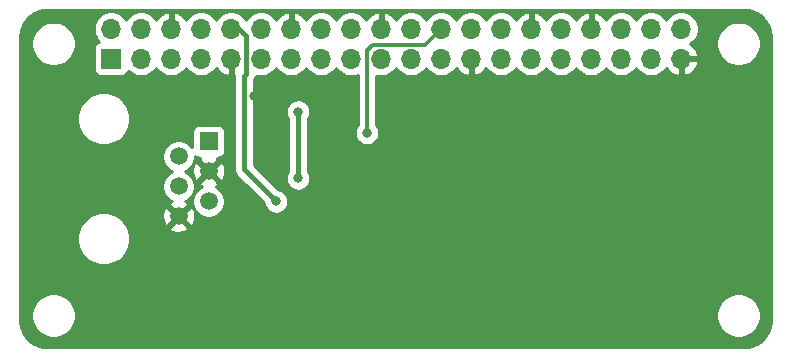
<source format=gbr>
G04 #@! TF.GenerationSoftware,KiCad,Pcbnew,5.1.5+dfsg1-2build2*
G04 #@! TF.CreationDate,2021-11-14T20:21:27+01:00*
G04 #@! TF.ProjectId,rpi-han-interface,7270692d-6861-46e2-9d69-6e7465726661,rev?*
G04 #@! TF.SameCoordinates,Original*
G04 #@! TF.FileFunction,Copper,L2,Bot*
G04 #@! TF.FilePolarity,Positive*
%FSLAX46Y46*%
G04 Gerber Fmt 4.6, Leading zero omitted, Abs format (unit mm)*
G04 Created by KiCad (PCBNEW 5.1.5+dfsg1-2build2) date 2021-11-14 20:21:27*
%MOMM*%
%LPD*%
G04 APERTURE LIST*
%ADD10R,1.700000X1.700000*%
%ADD11O,1.700000X1.700000*%
%ADD12C,1.520000*%
%ADD13R,1.520000X1.520000*%
%ADD14C,0.800000*%
%ADD15C,0.406400*%
%ADD16C,0.304800*%
%ADD17C,0.254000*%
G04 APERTURE END LIST*
D10*
X119380000Y-99695000D03*
D11*
X119380000Y-97155000D03*
X121920000Y-99695000D03*
X121920000Y-97155000D03*
X124460000Y-99695000D03*
X124460000Y-97155000D03*
X127000000Y-99695000D03*
X127000000Y-97155000D03*
X129540000Y-99695000D03*
X129540000Y-97155000D03*
X132080000Y-99695000D03*
X132080000Y-97155000D03*
X134620000Y-99695000D03*
X134620000Y-97155000D03*
X137160000Y-99695000D03*
X137160000Y-97155000D03*
X139700000Y-99695000D03*
X139700000Y-97155000D03*
X142240000Y-99695000D03*
X142240000Y-97155000D03*
X144780000Y-99695000D03*
X144780000Y-97155000D03*
X147320000Y-99695000D03*
X147320000Y-97155000D03*
X149860000Y-99695000D03*
X149860000Y-97155000D03*
X152400000Y-99695000D03*
X152400000Y-97155000D03*
X154940000Y-99695000D03*
X154940000Y-97155000D03*
X157480000Y-99695000D03*
X157480000Y-97155000D03*
X160020000Y-99695000D03*
X160020000Y-97155000D03*
X162560000Y-99695000D03*
X162560000Y-97155000D03*
X165100000Y-99695000D03*
X165100000Y-97155000D03*
X167640000Y-99695000D03*
X167640000Y-97155000D03*
D12*
X125095000Y-113035000D03*
X127635000Y-111765000D03*
X125095000Y-110495000D03*
X127635000Y-109225000D03*
X125095000Y-107955000D03*
D13*
X127635000Y-106685000D03*
D14*
X135225000Y-104170000D03*
X135225000Y-109825000D03*
X131445000Y-102870000D03*
X137795000Y-106045000D03*
X165100000Y-114046000D03*
X173355000Y-107950000D03*
X150241000Y-103632000D03*
X154432000Y-103632000D03*
X157988000Y-103632000D03*
X146685000Y-103632000D03*
X144653000Y-113919000D03*
X133350000Y-111760000D03*
X141037599Y-105977401D03*
D15*
X135225000Y-104170000D02*
X135225000Y-109825000D01*
X135225000Y-109825000D02*
X135225000Y-109825000D01*
X130793201Y-97722939D02*
X130793201Y-100981799D01*
X130225262Y-97155000D02*
X130793201Y-97722939D01*
X129540000Y-97155000D02*
X130225262Y-97155000D01*
X130641799Y-101133201D02*
X130641799Y-109051799D01*
X130793201Y-100981799D02*
X130641799Y-101133201D01*
X130641799Y-109051799D02*
X131445000Y-109855000D01*
X131445000Y-109855000D02*
X133350000Y-111760000D01*
D16*
X147320000Y-97155000D02*
X146685000Y-97790000D01*
X145982401Y-98492599D02*
X141537401Y-98492599D01*
X146685000Y-97790000D02*
X145982401Y-98492599D01*
X141037599Y-98992401D02*
X141037599Y-105977401D01*
X141537401Y-98492599D02*
X141037599Y-98992401D01*
X141037599Y-105977401D02*
X141037599Y-105977401D01*
D17*
G36*
X173069753Y-95568578D02*
G01*
X173215822Y-95580406D01*
X173347935Y-95599297D01*
X173475049Y-95625109D01*
X173601167Y-95658348D01*
X173715793Y-95695452D01*
X173825158Y-95737324D01*
X173932739Y-95785040D01*
X174034357Y-95836472D01*
X174131634Y-95891966D01*
X174223768Y-95950678D01*
X174314772Y-96015113D01*
X174399424Y-96081425D01*
X174482890Y-96153557D01*
X174563465Y-96230323D01*
X174624012Y-96293334D01*
X174696991Y-96376298D01*
X174763951Y-96460187D01*
X174828157Y-96549049D01*
X174887662Y-96640389D01*
X174943448Y-96735857D01*
X174996093Y-96837170D01*
X175044156Y-96942379D01*
X175087321Y-97051373D01*
X175125885Y-97166019D01*
X175158964Y-97285334D01*
X175185956Y-97408926D01*
X175207575Y-97545957D01*
X175220709Y-97683173D01*
X175224708Y-97806474D01*
X175222324Y-97830680D01*
X175225880Y-97866785D01*
X175225881Y-121794565D01*
X175222324Y-121830680D01*
X175224879Y-121856626D01*
X175222157Y-121954893D01*
X175209900Y-122096467D01*
X175190460Y-122227949D01*
X175164004Y-122355238D01*
X175131307Y-122477401D01*
X175094199Y-122590948D01*
X175051636Y-122701224D01*
X175005125Y-122805471D01*
X174953742Y-122906645D01*
X174898748Y-123002820D01*
X174839647Y-123095388D01*
X174775121Y-123186338D01*
X174709036Y-123270551D01*
X174636707Y-123354117D01*
X174561455Y-123433045D01*
X174496824Y-123495094D01*
X174414111Y-123567745D01*
X174329989Y-123634795D01*
X174240767Y-123699143D01*
X174148102Y-123759347D01*
X174052645Y-123814932D01*
X173951601Y-123867251D01*
X173847684Y-123914593D01*
X173738542Y-123957720D01*
X173623936Y-123996173D01*
X173503918Y-124029330D01*
X173379056Y-124056438D01*
X173246643Y-124077250D01*
X173107818Y-124090543D01*
X172948994Y-124095680D01*
X113972600Y-124095680D01*
X113812874Y-124090583D01*
X113673720Y-124077389D01*
X113542501Y-124056925D01*
X113413562Y-124028981D01*
X113296050Y-123996462D01*
X113183189Y-123958566D01*
X113068721Y-123913129D01*
X112964599Y-123865286D01*
X112864420Y-123812968D01*
X112769131Y-123757035D01*
X112677553Y-123697116D01*
X112588087Y-123632186D01*
X112503904Y-123564697D01*
X112422504Y-123492833D01*
X112345389Y-123417969D01*
X112271291Y-123338890D01*
X112199919Y-123255005D01*
X112130882Y-123165322D01*
X112067739Y-123074378D01*
X112009790Y-122981603D01*
X111955170Y-122883804D01*
X111905016Y-122782411D01*
X111857015Y-122671177D01*
X111816466Y-122561601D01*
X111780428Y-122445560D01*
X111749772Y-122323430D01*
X111725410Y-122196041D01*
X111707423Y-122057621D01*
X111697128Y-121900867D01*
X111696471Y-121860783D01*
X111699436Y-121830680D01*
X111695880Y-121794575D01*
X111695880Y-121239344D01*
X112625000Y-121239344D01*
X112625000Y-121610656D01*
X112697439Y-121974834D01*
X112839534Y-122317882D01*
X113045825Y-122626618D01*
X113308382Y-122889175D01*
X113617118Y-123095466D01*
X113960166Y-123237561D01*
X114324344Y-123310000D01*
X114695656Y-123310000D01*
X115059834Y-123237561D01*
X115402882Y-123095466D01*
X115711618Y-122889175D01*
X115974175Y-122626618D01*
X116180466Y-122317882D01*
X116322561Y-121974834D01*
X116395000Y-121610656D01*
X116395000Y-121239344D01*
X170625000Y-121239344D01*
X170625000Y-121610656D01*
X170697439Y-121974834D01*
X170839534Y-122317882D01*
X171045825Y-122626618D01*
X171308382Y-122889175D01*
X171617118Y-123095466D01*
X171960166Y-123237561D01*
X172324344Y-123310000D01*
X172695656Y-123310000D01*
X173059834Y-123237561D01*
X173402882Y-123095466D01*
X173711618Y-122889175D01*
X173974175Y-122626618D01*
X174180466Y-122317882D01*
X174322561Y-121974834D01*
X174395000Y-121610656D01*
X174395000Y-121239344D01*
X174322561Y-120875166D01*
X174180466Y-120532118D01*
X173974175Y-120223382D01*
X173711618Y-119960825D01*
X173402882Y-119754534D01*
X173059834Y-119612439D01*
X172695656Y-119540000D01*
X172324344Y-119540000D01*
X171960166Y-119612439D01*
X171617118Y-119754534D01*
X171308382Y-119960825D01*
X171045825Y-120223382D01*
X170839534Y-120532118D01*
X170697439Y-120875166D01*
X170625000Y-121239344D01*
X116395000Y-121239344D01*
X116322561Y-120875166D01*
X116180466Y-120532118D01*
X115974175Y-120223382D01*
X115711618Y-119960825D01*
X115402882Y-119754534D01*
X115059834Y-119612439D01*
X114695656Y-119540000D01*
X114324344Y-119540000D01*
X113960166Y-119612439D01*
X113617118Y-119754534D01*
X113308382Y-119960825D01*
X113045825Y-120223382D01*
X112839534Y-120532118D01*
X112697439Y-120875166D01*
X112625000Y-121239344D01*
X111695880Y-121239344D01*
X111695880Y-114712409D01*
X116485000Y-114712409D01*
X116485000Y-115157591D01*
X116571851Y-115594218D01*
X116742214Y-116005511D01*
X116989544Y-116375666D01*
X117304334Y-116690456D01*
X117674489Y-116937786D01*
X118085782Y-117108149D01*
X118522409Y-117195000D01*
X118967591Y-117195000D01*
X119404218Y-117108149D01*
X119815511Y-116937786D01*
X120185666Y-116690456D01*
X120500456Y-116375666D01*
X120747786Y-116005511D01*
X120918149Y-115594218D01*
X121005000Y-115157591D01*
X121005000Y-114712409D01*
X120918149Y-114275782D01*
X120803559Y-113999137D01*
X124310469Y-113999137D01*
X124377206Y-114239025D01*
X124625892Y-114355924D01*
X124892606Y-114422061D01*
X125167097Y-114434895D01*
X125438817Y-114393931D01*
X125697326Y-114300744D01*
X125812794Y-114239025D01*
X125879531Y-113999137D01*
X125095000Y-113214605D01*
X124310469Y-113999137D01*
X120803559Y-113999137D01*
X120747786Y-113864489D01*
X120500456Y-113494334D01*
X120185666Y-113179544D01*
X120077242Y-113107097D01*
X123695105Y-113107097D01*
X123736069Y-113378817D01*
X123829256Y-113637326D01*
X123890975Y-113752794D01*
X124130863Y-113819531D01*
X124915395Y-113035000D01*
X125274605Y-113035000D01*
X126059137Y-113819531D01*
X126299025Y-113752794D01*
X126415924Y-113504108D01*
X126482061Y-113237394D01*
X126494895Y-112962903D01*
X126453931Y-112691183D01*
X126360744Y-112432674D01*
X126299025Y-112317206D01*
X126059137Y-112250469D01*
X125274605Y-113035000D01*
X124915395Y-113035000D01*
X124130863Y-112250469D01*
X123890975Y-112317206D01*
X123774076Y-112565892D01*
X123707939Y-112832606D01*
X123695105Y-113107097D01*
X120077242Y-113107097D01*
X119815511Y-112932214D01*
X119404218Y-112761851D01*
X118967591Y-112675000D01*
X118522409Y-112675000D01*
X118085782Y-112761851D01*
X117674489Y-112932214D01*
X117304334Y-113179544D01*
X116989544Y-113494334D01*
X116742214Y-113864489D01*
X116571851Y-114275782D01*
X116485000Y-114712409D01*
X111695880Y-114712409D01*
X111695880Y-107817604D01*
X123700000Y-107817604D01*
X123700000Y-108092396D01*
X123753609Y-108361907D01*
X123858767Y-108615780D01*
X124011433Y-108844261D01*
X124205739Y-109038567D01*
X124434220Y-109191233D01*
X124515740Y-109225000D01*
X124434220Y-109258767D01*
X124205739Y-109411433D01*
X124011433Y-109605739D01*
X123858767Y-109834220D01*
X123753609Y-110088093D01*
X123700000Y-110357604D01*
X123700000Y-110632396D01*
X123753609Y-110901907D01*
X123858767Y-111155780D01*
X124011433Y-111384261D01*
X124205739Y-111578567D01*
X124434220Y-111731233D01*
X124510501Y-111762830D01*
X124492674Y-111769256D01*
X124377206Y-111830975D01*
X124310469Y-112070863D01*
X125095000Y-112855395D01*
X125879531Y-112070863D01*
X125812794Y-111830975D01*
X125673293Y-111765400D01*
X125755780Y-111731233D01*
X125910871Y-111627604D01*
X126240000Y-111627604D01*
X126240000Y-111902396D01*
X126293609Y-112171907D01*
X126398767Y-112425780D01*
X126551433Y-112654261D01*
X126745739Y-112848567D01*
X126974220Y-113001233D01*
X127228093Y-113106391D01*
X127497604Y-113160000D01*
X127772396Y-113160000D01*
X128041907Y-113106391D01*
X128295780Y-113001233D01*
X128524261Y-112848567D01*
X128718567Y-112654261D01*
X128871233Y-112425780D01*
X128976391Y-112171907D01*
X129030000Y-111902396D01*
X129030000Y-111627604D01*
X128976391Y-111358093D01*
X128871233Y-111104220D01*
X128718567Y-110875739D01*
X128524261Y-110681433D01*
X128295780Y-110528767D01*
X128219499Y-110497170D01*
X128237326Y-110490744D01*
X128352794Y-110429025D01*
X128419531Y-110189137D01*
X127635000Y-109404605D01*
X126850469Y-110189137D01*
X126917206Y-110429025D01*
X127056707Y-110494600D01*
X126974220Y-110528767D01*
X126745739Y-110681433D01*
X126551433Y-110875739D01*
X126398767Y-111104220D01*
X126293609Y-111358093D01*
X126240000Y-111627604D01*
X125910871Y-111627604D01*
X125984261Y-111578567D01*
X126178567Y-111384261D01*
X126331233Y-111155780D01*
X126436391Y-110901907D01*
X126490000Y-110632396D01*
X126490000Y-110357604D01*
X126436391Y-110088093D01*
X126331233Y-109834220D01*
X126178567Y-109605739D01*
X125984261Y-109411433D01*
X125813145Y-109297097D01*
X126235105Y-109297097D01*
X126276069Y-109568817D01*
X126369256Y-109827326D01*
X126430975Y-109942794D01*
X126670863Y-110009531D01*
X127455395Y-109225000D01*
X127814605Y-109225000D01*
X128599137Y-110009531D01*
X128839025Y-109942794D01*
X128955924Y-109694108D01*
X129022061Y-109427394D01*
X129034895Y-109152903D01*
X128993931Y-108881183D01*
X128900744Y-108622674D01*
X128839025Y-108507206D01*
X128599137Y-108440469D01*
X127814605Y-109225000D01*
X127455395Y-109225000D01*
X126670863Y-108440469D01*
X126430975Y-108507206D01*
X126314076Y-108755892D01*
X126247939Y-109022606D01*
X126235105Y-109297097D01*
X125813145Y-109297097D01*
X125755780Y-109258767D01*
X125674260Y-109225000D01*
X125755780Y-109191233D01*
X125984261Y-109038567D01*
X126178567Y-108844261D01*
X126331233Y-108615780D01*
X126436391Y-108361907D01*
X126490000Y-108092396D01*
X126490000Y-107950501D01*
X126520506Y-107975537D01*
X126630820Y-108034502D01*
X126750518Y-108070812D01*
X126875000Y-108083072D01*
X126899931Y-108083072D01*
X126850469Y-108260863D01*
X127635000Y-109045395D01*
X128419531Y-108260863D01*
X128370069Y-108083072D01*
X128395000Y-108083072D01*
X128519482Y-108070812D01*
X128639180Y-108034502D01*
X128749494Y-107975537D01*
X128846185Y-107896185D01*
X128925537Y-107799494D01*
X128984502Y-107689180D01*
X129020812Y-107569482D01*
X129033072Y-107445000D01*
X129033072Y-105925000D01*
X129020812Y-105800518D01*
X128984502Y-105680820D01*
X128925537Y-105570506D01*
X128846185Y-105473815D01*
X128749494Y-105394463D01*
X128639180Y-105335498D01*
X128519482Y-105299188D01*
X128395000Y-105286928D01*
X126875000Y-105286928D01*
X126750518Y-105299188D01*
X126630820Y-105335498D01*
X126520506Y-105394463D01*
X126423815Y-105473815D01*
X126344463Y-105570506D01*
X126285498Y-105680820D01*
X126249188Y-105800518D01*
X126236928Y-105925000D01*
X126236928Y-107153082D01*
X126178567Y-107065739D01*
X125984261Y-106871433D01*
X125755780Y-106718767D01*
X125501907Y-106613609D01*
X125232396Y-106560000D01*
X124957604Y-106560000D01*
X124688093Y-106613609D01*
X124434220Y-106718767D01*
X124205739Y-106871433D01*
X124011433Y-107065739D01*
X123858767Y-107294220D01*
X123753609Y-107548093D01*
X123700000Y-107817604D01*
X111695880Y-107817604D01*
X111695880Y-104552409D01*
X116485000Y-104552409D01*
X116485000Y-104997591D01*
X116571851Y-105434218D01*
X116742214Y-105845511D01*
X116989544Y-106215666D01*
X117304334Y-106530456D01*
X117674489Y-106777786D01*
X118085782Y-106948149D01*
X118522409Y-107035000D01*
X118967591Y-107035000D01*
X119404218Y-106948149D01*
X119815511Y-106777786D01*
X120185666Y-106530456D01*
X120500456Y-106215666D01*
X120747786Y-105845511D01*
X120918149Y-105434218D01*
X121005000Y-104997591D01*
X121005000Y-104552409D01*
X120918149Y-104115782D01*
X120747786Y-103704489D01*
X120500456Y-103334334D01*
X120185666Y-103019544D01*
X119815511Y-102772214D01*
X119404218Y-102601851D01*
X118967591Y-102515000D01*
X118522409Y-102515000D01*
X118085782Y-102601851D01*
X117674489Y-102772214D01*
X117304334Y-103019544D01*
X116989544Y-103334334D01*
X116742214Y-103704489D01*
X116571851Y-104115782D01*
X116485000Y-104552409D01*
X111695880Y-104552409D01*
X111695880Y-98239344D01*
X112625000Y-98239344D01*
X112625000Y-98610656D01*
X112697439Y-98974834D01*
X112839534Y-99317882D01*
X113045825Y-99626618D01*
X113308382Y-99889175D01*
X113617118Y-100095466D01*
X113960166Y-100237561D01*
X114324344Y-100310000D01*
X114695656Y-100310000D01*
X115059834Y-100237561D01*
X115402882Y-100095466D01*
X115711618Y-99889175D01*
X115974175Y-99626618D01*
X116180466Y-99317882D01*
X116322561Y-98974834D01*
X116348386Y-98845000D01*
X117891928Y-98845000D01*
X117891928Y-100545000D01*
X117904188Y-100669482D01*
X117940498Y-100789180D01*
X117999463Y-100899494D01*
X118078815Y-100996185D01*
X118175506Y-101075537D01*
X118285820Y-101134502D01*
X118405518Y-101170812D01*
X118530000Y-101183072D01*
X120230000Y-101183072D01*
X120354482Y-101170812D01*
X120474180Y-101134502D01*
X120584494Y-101075537D01*
X120681185Y-100996185D01*
X120760537Y-100899494D01*
X120819502Y-100789180D01*
X120841513Y-100716620D01*
X120973368Y-100848475D01*
X121216589Y-101010990D01*
X121486842Y-101122932D01*
X121773740Y-101180000D01*
X122066260Y-101180000D01*
X122353158Y-101122932D01*
X122623411Y-101010990D01*
X122866632Y-100848475D01*
X123073475Y-100641632D01*
X123190000Y-100467240D01*
X123306525Y-100641632D01*
X123513368Y-100848475D01*
X123756589Y-101010990D01*
X124026842Y-101122932D01*
X124313740Y-101180000D01*
X124606260Y-101180000D01*
X124893158Y-101122932D01*
X125163411Y-101010990D01*
X125406632Y-100848475D01*
X125613475Y-100641632D01*
X125730000Y-100467240D01*
X125846525Y-100641632D01*
X126053368Y-100848475D01*
X126296589Y-101010990D01*
X126566842Y-101122932D01*
X126853740Y-101180000D01*
X127146260Y-101180000D01*
X127433158Y-101122932D01*
X127703411Y-101010990D01*
X127946632Y-100848475D01*
X128153475Y-100641632D01*
X128275195Y-100459466D01*
X128344822Y-100576355D01*
X128539731Y-100792588D01*
X128773080Y-100966641D01*
X129035901Y-101091825D01*
X129183110Y-101136476D01*
X129413000Y-101015155D01*
X129413000Y-99822000D01*
X129393000Y-99822000D01*
X129393000Y-99568000D01*
X129413000Y-99568000D01*
X129413000Y-99548000D01*
X129667000Y-99548000D01*
X129667000Y-99568000D01*
X129687000Y-99568000D01*
X129687000Y-99822000D01*
X129667000Y-99822000D01*
X129667000Y-101015155D01*
X129804047Y-101087480D01*
X129803599Y-101092032D01*
X129803599Y-101092038D01*
X129799545Y-101133201D01*
X129803599Y-101174364D01*
X129803600Y-109010626D01*
X129799545Y-109051799D01*
X129815728Y-109216114D01*
X129863657Y-109374115D01*
X129941490Y-109519730D01*
X129944258Y-109523102D01*
X130046236Y-109647363D01*
X130078212Y-109673605D01*
X130881414Y-110476808D01*
X130881419Y-110476812D01*
X132327031Y-111922425D01*
X132354774Y-112061898D01*
X132432795Y-112250256D01*
X132546063Y-112419774D01*
X132690226Y-112563937D01*
X132859744Y-112677205D01*
X133048102Y-112755226D01*
X133248061Y-112795000D01*
X133451939Y-112795000D01*
X133651898Y-112755226D01*
X133840256Y-112677205D01*
X134009774Y-112563937D01*
X134153937Y-112419774D01*
X134267205Y-112250256D01*
X134345226Y-112061898D01*
X134385000Y-111861939D01*
X134385000Y-111658061D01*
X134345226Y-111458102D01*
X134267205Y-111269744D01*
X134153937Y-111100226D01*
X134009774Y-110956063D01*
X133840256Y-110842795D01*
X133651898Y-110764774D01*
X133512425Y-110737031D01*
X132066812Y-109291419D01*
X132066808Y-109291414D01*
X131479999Y-108704606D01*
X131479999Y-104068061D01*
X134190000Y-104068061D01*
X134190000Y-104271939D01*
X134229774Y-104471898D01*
X134307795Y-104660256D01*
X134386800Y-104778496D01*
X134386801Y-109216503D01*
X134307795Y-109334744D01*
X134229774Y-109523102D01*
X134190000Y-109723061D01*
X134190000Y-109926939D01*
X134229774Y-110126898D01*
X134307795Y-110315256D01*
X134421063Y-110484774D01*
X134565226Y-110628937D01*
X134734744Y-110742205D01*
X134923102Y-110820226D01*
X135123061Y-110860000D01*
X135326939Y-110860000D01*
X135526898Y-110820226D01*
X135715256Y-110742205D01*
X135884774Y-110628937D01*
X136028937Y-110484774D01*
X136142205Y-110315256D01*
X136220226Y-110126898D01*
X136260000Y-109926939D01*
X136260000Y-109723061D01*
X136220226Y-109523102D01*
X136142205Y-109334744D01*
X136063200Y-109216504D01*
X136063200Y-104778496D01*
X136142205Y-104660256D01*
X136220226Y-104471898D01*
X136260000Y-104271939D01*
X136260000Y-104068061D01*
X136220226Y-103868102D01*
X136142205Y-103679744D01*
X136028937Y-103510226D01*
X135884774Y-103366063D01*
X135715256Y-103252795D01*
X135526898Y-103174774D01*
X135326939Y-103135000D01*
X135123061Y-103135000D01*
X134923102Y-103174774D01*
X134734744Y-103252795D01*
X134565226Y-103366063D01*
X134421063Y-103510226D01*
X134307795Y-103679744D01*
X134229774Y-103868102D01*
X134190000Y-104068061D01*
X131479999Y-104068061D01*
X131479999Y-101466194D01*
X131493510Y-101449731D01*
X131571343Y-101304116D01*
X131619272Y-101146115D01*
X131622547Y-101112869D01*
X131646842Y-101122932D01*
X131933740Y-101180000D01*
X132226260Y-101180000D01*
X132513158Y-101122932D01*
X132783411Y-101010990D01*
X133026632Y-100848475D01*
X133233475Y-100641632D01*
X133350000Y-100467240D01*
X133466525Y-100641632D01*
X133673368Y-100848475D01*
X133916589Y-101010990D01*
X134186842Y-101122932D01*
X134473740Y-101180000D01*
X134766260Y-101180000D01*
X135053158Y-101122932D01*
X135323411Y-101010990D01*
X135566632Y-100848475D01*
X135773475Y-100641632D01*
X135890000Y-100467240D01*
X136006525Y-100641632D01*
X136213368Y-100848475D01*
X136456589Y-101010990D01*
X136726842Y-101122932D01*
X137013740Y-101180000D01*
X137306260Y-101180000D01*
X137593158Y-101122932D01*
X137863411Y-101010990D01*
X138106632Y-100848475D01*
X138313475Y-100641632D01*
X138430000Y-100467240D01*
X138546525Y-100641632D01*
X138753368Y-100848475D01*
X138996589Y-101010990D01*
X139266842Y-101122932D01*
X139553740Y-101180000D01*
X139846260Y-101180000D01*
X140133158Y-101122932D01*
X140250199Y-101074452D01*
X140250200Y-105301089D01*
X140233662Y-105317627D01*
X140120394Y-105487145D01*
X140042373Y-105675503D01*
X140002599Y-105875462D01*
X140002599Y-106079340D01*
X140042373Y-106279299D01*
X140120394Y-106467657D01*
X140233662Y-106637175D01*
X140377825Y-106781338D01*
X140547343Y-106894606D01*
X140735701Y-106972627D01*
X140935660Y-107012401D01*
X141139538Y-107012401D01*
X141339497Y-106972627D01*
X141527855Y-106894606D01*
X141697373Y-106781338D01*
X141841536Y-106637175D01*
X141954804Y-106467657D01*
X142032825Y-106279299D01*
X142072599Y-106079340D01*
X142072599Y-105875462D01*
X142032825Y-105675503D01*
X141954804Y-105487145D01*
X141841536Y-105317627D01*
X141824999Y-105301090D01*
X141824999Y-101126544D01*
X142093740Y-101180000D01*
X142386260Y-101180000D01*
X142673158Y-101122932D01*
X142943411Y-101010990D01*
X143186632Y-100848475D01*
X143393475Y-100641632D01*
X143510000Y-100467240D01*
X143626525Y-100641632D01*
X143833368Y-100848475D01*
X144076589Y-101010990D01*
X144346842Y-101122932D01*
X144633740Y-101180000D01*
X144926260Y-101180000D01*
X145213158Y-101122932D01*
X145483411Y-101010990D01*
X145726632Y-100848475D01*
X145933475Y-100641632D01*
X146050000Y-100467240D01*
X146166525Y-100641632D01*
X146373368Y-100848475D01*
X146616589Y-101010990D01*
X146886842Y-101122932D01*
X147173740Y-101180000D01*
X147466260Y-101180000D01*
X147753158Y-101122932D01*
X148023411Y-101010990D01*
X148266632Y-100848475D01*
X148473475Y-100641632D01*
X148595195Y-100459466D01*
X148664822Y-100576355D01*
X148859731Y-100792588D01*
X149093080Y-100966641D01*
X149355901Y-101091825D01*
X149503110Y-101136476D01*
X149733000Y-101015155D01*
X149733000Y-99822000D01*
X149713000Y-99822000D01*
X149713000Y-99568000D01*
X149733000Y-99568000D01*
X149733000Y-99548000D01*
X149987000Y-99548000D01*
X149987000Y-99568000D01*
X150007000Y-99568000D01*
X150007000Y-99822000D01*
X149987000Y-99822000D01*
X149987000Y-101015155D01*
X150216890Y-101136476D01*
X150364099Y-101091825D01*
X150626920Y-100966641D01*
X150860269Y-100792588D01*
X151055178Y-100576355D01*
X151124805Y-100459466D01*
X151246525Y-100641632D01*
X151453368Y-100848475D01*
X151696589Y-101010990D01*
X151966842Y-101122932D01*
X152253740Y-101180000D01*
X152546260Y-101180000D01*
X152833158Y-101122932D01*
X153103411Y-101010990D01*
X153346632Y-100848475D01*
X153553475Y-100641632D01*
X153670000Y-100467240D01*
X153786525Y-100641632D01*
X153993368Y-100848475D01*
X154236589Y-101010990D01*
X154506842Y-101122932D01*
X154793740Y-101180000D01*
X155086260Y-101180000D01*
X155373158Y-101122932D01*
X155643411Y-101010990D01*
X155886632Y-100848475D01*
X156093475Y-100641632D01*
X156210000Y-100467240D01*
X156326525Y-100641632D01*
X156533368Y-100848475D01*
X156776589Y-101010990D01*
X157046842Y-101122932D01*
X157333740Y-101180000D01*
X157626260Y-101180000D01*
X157913158Y-101122932D01*
X158183411Y-101010990D01*
X158426632Y-100848475D01*
X158633475Y-100641632D01*
X158750000Y-100467240D01*
X158866525Y-100641632D01*
X159073368Y-100848475D01*
X159316589Y-101010990D01*
X159586842Y-101122932D01*
X159873740Y-101180000D01*
X160166260Y-101180000D01*
X160453158Y-101122932D01*
X160723411Y-101010990D01*
X160966632Y-100848475D01*
X161173475Y-100641632D01*
X161290000Y-100467240D01*
X161406525Y-100641632D01*
X161613368Y-100848475D01*
X161856589Y-101010990D01*
X162126842Y-101122932D01*
X162413740Y-101180000D01*
X162706260Y-101180000D01*
X162993158Y-101122932D01*
X163263411Y-101010990D01*
X163506632Y-100848475D01*
X163713475Y-100641632D01*
X163830000Y-100467240D01*
X163946525Y-100641632D01*
X164153368Y-100848475D01*
X164396589Y-101010990D01*
X164666842Y-101122932D01*
X164953740Y-101180000D01*
X165246260Y-101180000D01*
X165533158Y-101122932D01*
X165803411Y-101010990D01*
X166046632Y-100848475D01*
X166253475Y-100641632D01*
X166375195Y-100459466D01*
X166444822Y-100576355D01*
X166639731Y-100792588D01*
X166873080Y-100966641D01*
X167135901Y-101091825D01*
X167283110Y-101136476D01*
X167513000Y-101015155D01*
X167513000Y-99822000D01*
X167767000Y-99822000D01*
X167767000Y-101015155D01*
X167996890Y-101136476D01*
X168144099Y-101091825D01*
X168406920Y-100966641D01*
X168640269Y-100792588D01*
X168835178Y-100576355D01*
X168984157Y-100326252D01*
X169081481Y-100051891D01*
X168960814Y-99822000D01*
X167767000Y-99822000D01*
X167513000Y-99822000D01*
X167493000Y-99822000D01*
X167493000Y-99568000D01*
X167513000Y-99568000D01*
X167513000Y-99548000D01*
X167767000Y-99548000D01*
X167767000Y-99568000D01*
X168960814Y-99568000D01*
X169081481Y-99338109D01*
X168984157Y-99063748D01*
X168835178Y-98813645D01*
X168640269Y-98597412D01*
X168410594Y-98426100D01*
X168586632Y-98308475D01*
X168655763Y-98239344D01*
X170625000Y-98239344D01*
X170625000Y-98610656D01*
X170697439Y-98974834D01*
X170839534Y-99317882D01*
X171045825Y-99626618D01*
X171308382Y-99889175D01*
X171617118Y-100095466D01*
X171960166Y-100237561D01*
X172324344Y-100310000D01*
X172695656Y-100310000D01*
X173059834Y-100237561D01*
X173402882Y-100095466D01*
X173711618Y-99889175D01*
X173974175Y-99626618D01*
X174180466Y-99317882D01*
X174322561Y-98974834D01*
X174395000Y-98610656D01*
X174395000Y-98239344D01*
X174322561Y-97875166D01*
X174180466Y-97532118D01*
X173974175Y-97223382D01*
X173711618Y-96960825D01*
X173402882Y-96754534D01*
X173059834Y-96612439D01*
X172695656Y-96540000D01*
X172324344Y-96540000D01*
X171960166Y-96612439D01*
X171617118Y-96754534D01*
X171308382Y-96960825D01*
X171045825Y-97223382D01*
X170839534Y-97532118D01*
X170697439Y-97875166D01*
X170625000Y-98239344D01*
X168655763Y-98239344D01*
X168793475Y-98101632D01*
X168955990Y-97858411D01*
X169067932Y-97588158D01*
X169125000Y-97301260D01*
X169125000Y-97008740D01*
X169067932Y-96721842D01*
X168955990Y-96451589D01*
X168793475Y-96208368D01*
X168586632Y-96001525D01*
X168343411Y-95839010D01*
X168073158Y-95727068D01*
X167786260Y-95670000D01*
X167493740Y-95670000D01*
X167206842Y-95727068D01*
X166936589Y-95839010D01*
X166693368Y-96001525D01*
X166486525Y-96208368D01*
X166370000Y-96382760D01*
X166253475Y-96208368D01*
X166046632Y-96001525D01*
X165803411Y-95839010D01*
X165533158Y-95727068D01*
X165246260Y-95670000D01*
X164953740Y-95670000D01*
X164666842Y-95727068D01*
X164396589Y-95839010D01*
X164153368Y-96001525D01*
X163946525Y-96208368D01*
X163830000Y-96382760D01*
X163713475Y-96208368D01*
X163506632Y-96001525D01*
X163263411Y-95839010D01*
X162993158Y-95727068D01*
X162706260Y-95670000D01*
X162413740Y-95670000D01*
X162126842Y-95727068D01*
X161856589Y-95839010D01*
X161613368Y-96001525D01*
X161406525Y-96208368D01*
X161284805Y-96390534D01*
X161215178Y-96273645D01*
X161020269Y-96057412D01*
X160786920Y-95883359D01*
X160524099Y-95758175D01*
X160376890Y-95713524D01*
X160147000Y-95834845D01*
X160147000Y-97028000D01*
X160167000Y-97028000D01*
X160167000Y-97282000D01*
X160147000Y-97282000D01*
X160147000Y-97302000D01*
X159893000Y-97302000D01*
X159893000Y-97282000D01*
X159873000Y-97282000D01*
X159873000Y-97028000D01*
X159893000Y-97028000D01*
X159893000Y-95834845D01*
X159663110Y-95713524D01*
X159515901Y-95758175D01*
X159253080Y-95883359D01*
X159019731Y-96057412D01*
X158824822Y-96273645D01*
X158755195Y-96390534D01*
X158633475Y-96208368D01*
X158426632Y-96001525D01*
X158183411Y-95839010D01*
X157913158Y-95727068D01*
X157626260Y-95670000D01*
X157333740Y-95670000D01*
X157046842Y-95727068D01*
X156776589Y-95839010D01*
X156533368Y-96001525D01*
X156326525Y-96208368D01*
X156204805Y-96390534D01*
X156135178Y-96273645D01*
X155940269Y-96057412D01*
X155706920Y-95883359D01*
X155444099Y-95758175D01*
X155296890Y-95713524D01*
X155067000Y-95834845D01*
X155067000Y-97028000D01*
X155087000Y-97028000D01*
X155087000Y-97282000D01*
X155067000Y-97282000D01*
X155067000Y-97302000D01*
X154813000Y-97302000D01*
X154813000Y-97282000D01*
X154793000Y-97282000D01*
X154793000Y-97028000D01*
X154813000Y-97028000D01*
X154813000Y-95834845D01*
X154583110Y-95713524D01*
X154435901Y-95758175D01*
X154173080Y-95883359D01*
X153939731Y-96057412D01*
X153744822Y-96273645D01*
X153675195Y-96390534D01*
X153553475Y-96208368D01*
X153346632Y-96001525D01*
X153103411Y-95839010D01*
X152833158Y-95727068D01*
X152546260Y-95670000D01*
X152253740Y-95670000D01*
X151966842Y-95727068D01*
X151696589Y-95839010D01*
X151453368Y-96001525D01*
X151246525Y-96208368D01*
X151130000Y-96382760D01*
X151013475Y-96208368D01*
X150806632Y-96001525D01*
X150563411Y-95839010D01*
X150293158Y-95727068D01*
X150006260Y-95670000D01*
X149713740Y-95670000D01*
X149426842Y-95727068D01*
X149156589Y-95839010D01*
X148913368Y-96001525D01*
X148706525Y-96208368D01*
X148590000Y-96382760D01*
X148473475Y-96208368D01*
X148266632Y-96001525D01*
X148023411Y-95839010D01*
X147753158Y-95727068D01*
X147466260Y-95670000D01*
X147173740Y-95670000D01*
X146886842Y-95727068D01*
X146616589Y-95839010D01*
X146373368Y-96001525D01*
X146166525Y-96208368D01*
X146050000Y-96382760D01*
X145933475Y-96208368D01*
X145726632Y-96001525D01*
X145483411Y-95839010D01*
X145213158Y-95727068D01*
X144926260Y-95670000D01*
X144633740Y-95670000D01*
X144346842Y-95727068D01*
X144076589Y-95839010D01*
X143833368Y-96001525D01*
X143626525Y-96208368D01*
X143504805Y-96390534D01*
X143435178Y-96273645D01*
X143240269Y-96057412D01*
X143006920Y-95883359D01*
X142744099Y-95758175D01*
X142596890Y-95713524D01*
X142367000Y-95834845D01*
X142367000Y-97028000D01*
X142387000Y-97028000D01*
X142387000Y-97282000D01*
X142367000Y-97282000D01*
X142367000Y-97302000D01*
X142113000Y-97302000D01*
X142113000Y-97282000D01*
X142093000Y-97282000D01*
X142093000Y-97028000D01*
X142113000Y-97028000D01*
X142113000Y-95834845D01*
X141883110Y-95713524D01*
X141735901Y-95758175D01*
X141473080Y-95883359D01*
X141239731Y-96057412D01*
X141044822Y-96273645D01*
X140975195Y-96390534D01*
X140853475Y-96208368D01*
X140646632Y-96001525D01*
X140403411Y-95839010D01*
X140133158Y-95727068D01*
X139846260Y-95670000D01*
X139553740Y-95670000D01*
X139266842Y-95727068D01*
X138996589Y-95839010D01*
X138753368Y-96001525D01*
X138546525Y-96208368D01*
X138430000Y-96382760D01*
X138313475Y-96208368D01*
X138106632Y-96001525D01*
X137863411Y-95839010D01*
X137593158Y-95727068D01*
X137306260Y-95670000D01*
X137013740Y-95670000D01*
X136726842Y-95727068D01*
X136456589Y-95839010D01*
X136213368Y-96001525D01*
X136006525Y-96208368D01*
X135884805Y-96390534D01*
X135815178Y-96273645D01*
X135620269Y-96057412D01*
X135386920Y-95883359D01*
X135124099Y-95758175D01*
X134976890Y-95713524D01*
X134747000Y-95834845D01*
X134747000Y-97028000D01*
X134767000Y-97028000D01*
X134767000Y-97282000D01*
X134747000Y-97282000D01*
X134747000Y-97302000D01*
X134493000Y-97302000D01*
X134493000Y-97282000D01*
X134473000Y-97282000D01*
X134473000Y-97028000D01*
X134493000Y-97028000D01*
X134493000Y-95834845D01*
X134263110Y-95713524D01*
X134115901Y-95758175D01*
X133853080Y-95883359D01*
X133619731Y-96057412D01*
X133424822Y-96273645D01*
X133355195Y-96390534D01*
X133233475Y-96208368D01*
X133026632Y-96001525D01*
X132783411Y-95839010D01*
X132513158Y-95727068D01*
X132226260Y-95670000D01*
X131933740Y-95670000D01*
X131646842Y-95727068D01*
X131376589Y-95839010D01*
X131133368Y-96001525D01*
X130926525Y-96208368D01*
X130810000Y-96382760D01*
X130693475Y-96208368D01*
X130486632Y-96001525D01*
X130243411Y-95839010D01*
X129973158Y-95727068D01*
X129686260Y-95670000D01*
X129393740Y-95670000D01*
X129106842Y-95727068D01*
X128836589Y-95839010D01*
X128593368Y-96001525D01*
X128386525Y-96208368D01*
X128270000Y-96382760D01*
X128153475Y-96208368D01*
X127946632Y-96001525D01*
X127703411Y-95839010D01*
X127433158Y-95727068D01*
X127146260Y-95670000D01*
X126853740Y-95670000D01*
X126566842Y-95727068D01*
X126296589Y-95839010D01*
X126053368Y-96001525D01*
X125846525Y-96208368D01*
X125724805Y-96390534D01*
X125655178Y-96273645D01*
X125460269Y-96057412D01*
X125226920Y-95883359D01*
X124964099Y-95758175D01*
X124816890Y-95713524D01*
X124587000Y-95834845D01*
X124587000Y-97028000D01*
X124607000Y-97028000D01*
X124607000Y-97282000D01*
X124587000Y-97282000D01*
X124587000Y-97302000D01*
X124333000Y-97302000D01*
X124333000Y-97282000D01*
X124313000Y-97282000D01*
X124313000Y-97028000D01*
X124333000Y-97028000D01*
X124333000Y-95834845D01*
X124103110Y-95713524D01*
X123955901Y-95758175D01*
X123693080Y-95883359D01*
X123459731Y-96057412D01*
X123264822Y-96273645D01*
X123195195Y-96390534D01*
X123073475Y-96208368D01*
X122866632Y-96001525D01*
X122623411Y-95839010D01*
X122353158Y-95727068D01*
X122066260Y-95670000D01*
X121773740Y-95670000D01*
X121486842Y-95727068D01*
X121216589Y-95839010D01*
X120973368Y-96001525D01*
X120766525Y-96208368D01*
X120650000Y-96382760D01*
X120533475Y-96208368D01*
X120326632Y-96001525D01*
X120083411Y-95839010D01*
X119813158Y-95727068D01*
X119526260Y-95670000D01*
X119233740Y-95670000D01*
X118946842Y-95727068D01*
X118676589Y-95839010D01*
X118433368Y-96001525D01*
X118226525Y-96208368D01*
X118064010Y-96451589D01*
X117952068Y-96721842D01*
X117895000Y-97008740D01*
X117895000Y-97301260D01*
X117952068Y-97588158D01*
X118064010Y-97858411D01*
X118226525Y-98101632D01*
X118358380Y-98233487D01*
X118285820Y-98255498D01*
X118175506Y-98314463D01*
X118078815Y-98393815D01*
X117999463Y-98490506D01*
X117940498Y-98600820D01*
X117904188Y-98720518D01*
X117891928Y-98845000D01*
X116348386Y-98845000D01*
X116395000Y-98610656D01*
X116395000Y-98239344D01*
X116322561Y-97875166D01*
X116180466Y-97532118D01*
X115974175Y-97223382D01*
X115711618Y-96960825D01*
X115402882Y-96754534D01*
X115059834Y-96612439D01*
X114695656Y-96540000D01*
X114324344Y-96540000D01*
X113960166Y-96612439D01*
X113617118Y-96754534D01*
X113308382Y-96960825D01*
X113045825Y-97223382D01*
X112839534Y-97532118D01*
X112697439Y-97875166D01*
X112625000Y-98239344D01*
X111695880Y-98239344D01*
X111695880Y-97866785D01*
X111699436Y-97830680D01*
X111696486Y-97800728D01*
X111697202Y-97758065D01*
X111707027Y-97607567D01*
X111724443Y-97471347D01*
X111749026Y-97341347D01*
X111780133Y-97216854D01*
X111815771Y-97101828D01*
X111858614Y-96986189D01*
X111904125Y-96880836D01*
X111953942Y-96779907D01*
X112011882Y-96676252D01*
X112071980Y-96580560D01*
X112133970Y-96491793D01*
X112200602Y-96405485D01*
X112270948Y-96322839D01*
X112344477Y-96244309D01*
X112421135Y-96169790D01*
X112504035Y-96096545D01*
X112587786Y-96029390D01*
X112675996Y-95965309D01*
X112768793Y-95904530D01*
X112864896Y-95848119D01*
X112964167Y-95796286D01*
X113074219Y-95745876D01*
X113182674Y-95702968D01*
X113297743Y-95664379D01*
X113416884Y-95631545D01*
X113542257Y-95604463D01*
X113673703Y-95583965D01*
X113812858Y-95570772D01*
X113972598Y-95565680D01*
X172951851Y-95565680D01*
X173069753Y-95568578D01*
G37*
X173069753Y-95568578D02*
X173215822Y-95580406D01*
X173347935Y-95599297D01*
X173475049Y-95625109D01*
X173601167Y-95658348D01*
X173715793Y-95695452D01*
X173825158Y-95737324D01*
X173932739Y-95785040D01*
X174034357Y-95836472D01*
X174131634Y-95891966D01*
X174223768Y-95950678D01*
X174314772Y-96015113D01*
X174399424Y-96081425D01*
X174482890Y-96153557D01*
X174563465Y-96230323D01*
X174624012Y-96293334D01*
X174696991Y-96376298D01*
X174763951Y-96460187D01*
X174828157Y-96549049D01*
X174887662Y-96640389D01*
X174943448Y-96735857D01*
X174996093Y-96837170D01*
X175044156Y-96942379D01*
X175087321Y-97051373D01*
X175125885Y-97166019D01*
X175158964Y-97285334D01*
X175185956Y-97408926D01*
X175207575Y-97545957D01*
X175220709Y-97683173D01*
X175224708Y-97806474D01*
X175222324Y-97830680D01*
X175225880Y-97866785D01*
X175225881Y-121794565D01*
X175222324Y-121830680D01*
X175224879Y-121856626D01*
X175222157Y-121954893D01*
X175209900Y-122096467D01*
X175190460Y-122227949D01*
X175164004Y-122355238D01*
X175131307Y-122477401D01*
X175094199Y-122590948D01*
X175051636Y-122701224D01*
X175005125Y-122805471D01*
X174953742Y-122906645D01*
X174898748Y-123002820D01*
X174839647Y-123095388D01*
X174775121Y-123186338D01*
X174709036Y-123270551D01*
X174636707Y-123354117D01*
X174561455Y-123433045D01*
X174496824Y-123495094D01*
X174414111Y-123567745D01*
X174329989Y-123634795D01*
X174240767Y-123699143D01*
X174148102Y-123759347D01*
X174052645Y-123814932D01*
X173951601Y-123867251D01*
X173847684Y-123914593D01*
X173738542Y-123957720D01*
X173623936Y-123996173D01*
X173503918Y-124029330D01*
X173379056Y-124056438D01*
X173246643Y-124077250D01*
X173107818Y-124090543D01*
X172948994Y-124095680D01*
X113972600Y-124095680D01*
X113812874Y-124090583D01*
X113673720Y-124077389D01*
X113542501Y-124056925D01*
X113413562Y-124028981D01*
X113296050Y-123996462D01*
X113183189Y-123958566D01*
X113068721Y-123913129D01*
X112964599Y-123865286D01*
X112864420Y-123812968D01*
X112769131Y-123757035D01*
X112677553Y-123697116D01*
X112588087Y-123632186D01*
X112503904Y-123564697D01*
X112422504Y-123492833D01*
X112345389Y-123417969D01*
X112271291Y-123338890D01*
X112199919Y-123255005D01*
X112130882Y-123165322D01*
X112067739Y-123074378D01*
X112009790Y-122981603D01*
X111955170Y-122883804D01*
X111905016Y-122782411D01*
X111857015Y-122671177D01*
X111816466Y-122561601D01*
X111780428Y-122445560D01*
X111749772Y-122323430D01*
X111725410Y-122196041D01*
X111707423Y-122057621D01*
X111697128Y-121900867D01*
X111696471Y-121860783D01*
X111699436Y-121830680D01*
X111695880Y-121794575D01*
X111695880Y-121239344D01*
X112625000Y-121239344D01*
X112625000Y-121610656D01*
X112697439Y-121974834D01*
X112839534Y-122317882D01*
X113045825Y-122626618D01*
X113308382Y-122889175D01*
X113617118Y-123095466D01*
X113960166Y-123237561D01*
X114324344Y-123310000D01*
X114695656Y-123310000D01*
X115059834Y-123237561D01*
X115402882Y-123095466D01*
X115711618Y-122889175D01*
X115974175Y-122626618D01*
X116180466Y-122317882D01*
X116322561Y-121974834D01*
X116395000Y-121610656D01*
X116395000Y-121239344D01*
X170625000Y-121239344D01*
X170625000Y-121610656D01*
X170697439Y-121974834D01*
X170839534Y-122317882D01*
X171045825Y-122626618D01*
X171308382Y-122889175D01*
X171617118Y-123095466D01*
X171960166Y-123237561D01*
X172324344Y-123310000D01*
X172695656Y-123310000D01*
X173059834Y-123237561D01*
X173402882Y-123095466D01*
X173711618Y-122889175D01*
X173974175Y-122626618D01*
X174180466Y-122317882D01*
X174322561Y-121974834D01*
X174395000Y-121610656D01*
X174395000Y-121239344D01*
X174322561Y-120875166D01*
X174180466Y-120532118D01*
X173974175Y-120223382D01*
X173711618Y-119960825D01*
X173402882Y-119754534D01*
X173059834Y-119612439D01*
X172695656Y-119540000D01*
X172324344Y-119540000D01*
X171960166Y-119612439D01*
X171617118Y-119754534D01*
X171308382Y-119960825D01*
X171045825Y-120223382D01*
X170839534Y-120532118D01*
X170697439Y-120875166D01*
X170625000Y-121239344D01*
X116395000Y-121239344D01*
X116322561Y-120875166D01*
X116180466Y-120532118D01*
X115974175Y-120223382D01*
X115711618Y-119960825D01*
X115402882Y-119754534D01*
X115059834Y-119612439D01*
X114695656Y-119540000D01*
X114324344Y-119540000D01*
X113960166Y-119612439D01*
X113617118Y-119754534D01*
X113308382Y-119960825D01*
X113045825Y-120223382D01*
X112839534Y-120532118D01*
X112697439Y-120875166D01*
X112625000Y-121239344D01*
X111695880Y-121239344D01*
X111695880Y-114712409D01*
X116485000Y-114712409D01*
X116485000Y-115157591D01*
X116571851Y-115594218D01*
X116742214Y-116005511D01*
X116989544Y-116375666D01*
X117304334Y-116690456D01*
X117674489Y-116937786D01*
X118085782Y-117108149D01*
X118522409Y-117195000D01*
X118967591Y-117195000D01*
X119404218Y-117108149D01*
X119815511Y-116937786D01*
X120185666Y-116690456D01*
X120500456Y-116375666D01*
X120747786Y-116005511D01*
X120918149Y-115594218D01*
X121005000Y-115157591D01*
X121005000Y-114712409D01*
X120918149Y-114275782D01*
X120803559Y-113999137D01*
X124310469Y-113999137D01*
X124377206Y-114239025D01*
X124625892Y-114355924D01*
X124892606Y-114422061D01*
X125167097Y-114434895D01*
X125438817Y-114393931D01*
X125697326Y-114300744D01*
X125812794Y-114239025D01*
X125879531Y-113999137D01*
X125095000Y-113214605D01*
X124310469Y-113999137D01*
X120803559Y-113999137D01*
X120747786Y-113864489D01*
X120500456Y-113494334D01*
X120185666Y-113179544D01*
X120077242Y-113107097D01*
X123695105Y-113107097D01*
X123736069Y-113378817D01*
X123829256Y-113637326D01*
X123890975Y-113752794D01*
X124130863Y-113819531D01*
X124915395Y-113035000D01*
X125274605Y-113035000D01*
X126059137Y-113819531D01*
X126299025Y-113752794D01*
X126415924Y-113504108D01*
X126482061Y-113237394D01*
X126494895Y-112962903D01*
X126453931Y-112691183D01*
X126360744Y-112432674D01*
X126299025Y-112317206D01*
X126059137Y-112250469D01*
X125274605Y-113035000D01*
X124915395Y-113035000D01*
X124130863Y-112250469D01*
X123890975Y-112317206D01*
X123774076Y-112565892D01*
X123707939Y-112832606D01*
X123695105Y-113107097D01*
X120077242Y-113107097D01*
X119815511Y-112932214D01*
X119404218Y-112761851D01*
X118967591Y-112675000D01*
X118522409Y-112675000D01*
X118085782Y-112761851D01*
X117674489Y-112932214D01*
X117304334Y-113179544D01*
X116989544Y-113494334D01*
X116742214Y-113864489D01*
X116571851Y-114275782D01*
X116485000Y-114712409D01*
X111695880Y-114712409D01*
X111695880Y-107817604D01*
X123700000Y-107817604D01*
X123700000Y-108092396D01*
X123753609Y-108361907D01*
X123858767Y-108615780D01*
X124011433Y-108844261D01*
X124205739Y-109038567D01*
X124434220Y-109191233D01*
X124515740Y-109225000D01*
X124434220Y-109258767D01*
X124205739Y-109411433D01*
X124011433Y-109605739D01*
X123858767Y-109834220D01*
X123753609Y-110088093D01*
X123700000Y-110357604D01*
X123700000Y-110632396D01*
X123753609Y-110901907D01*
X123858767Y-111155780D01*
X124011433Y-111384261D01*
X124205739Y-111578567D01*
X124434220Y-111731233D01*
X124510501Y-111762830D01*
X124492674Y-111769256D01*
X124377206Y-111830975D01*
X124310469Y-112070863D01*
X125095000Y-112855395D01*
X125879531Y-112070863D01*
X125812794Y-111830975D01*
X125673293Y-111765400D01*
X125755780Y-111731233D01*
X125910871Y-111627604D01*
X126240000Y-111627604D01*
X126240000Y-111902396D01*
X126293609Y-112171907D01*
X126398767Y-112425780D01*
X126551433Y-112654261D01*
X126745739Y-112848567D01*
X126974220Y-113001233D01*
X127228093Y-113106391D01*
X127497604Y-113160000D01*
X127772396Y-113160000D01*
X128041907Y-113106391D01*
X128295780Y-113001233D01*
X128524261Y-112848567D01*
X128718567Y-112654261D01*
X128871233Y-112425780D01*
X128976391Y-112171907D01*
X129030000Y-111902396D01*
X129030000Y-111627604D01*
X128976391Y-111358093D01*
X128871233Y-111104220D01*
X128718567Y-110875739D01*
X128524261Y-110681433D01*
X128295780Y-110528767D01*
X128219499Y-110497170D01*
X128237326Y-110490744D01*
X128352794Y-110429025D01*
X128419531Y-110189137D01*
X127635000Y-109404605D01*
X126850469Y-110189137D01*
X126917206Y-110429025D01*
X127056707Y-110494600D01*
X126974220Y-110528767D01*
X126745739Y-110681433D01*
X126551433Y-110875739D01*
X126398767Y-111104220D01*
X126293609Y-111358093D01*
X126240000Y-111627604D01*
X125910871Y-111627604D01*
X125984261Y-111578567D01*
X126178567Y-111384261D01*
X126331233Y-111155780D01*
X126436391Y-110901907D01*
X126490000Y-110632396D01*
X126490000Y-110357604D01*
X126436391Y-110088093D01*
X126331233Y-109834220D01*
X126178567Y-109605739D01*
X125984261Y-109411433D01*
X125813145Y-109297097D01*
X126235105Y-109297097D01*
X126276069Y-109568817D01*
X126369256Y-109827326D01*
X126430975Y-109942794D01*
X126670863Y-110009531D01*
X127455395Y-109225000D01*
X127814605Y-109225000D01*
X128599137Y-110009531D01*
X128839025Y-109942794D01*
X128955924Y-109694108D01*
X129022061Y-109427394D01*
X129034895Y-109152903D01*
X128993931Y-108881183D01*
X128900744Y-108622674D01*
X128839025Y-108507206D01*
X128599137Y-108440469D01*
X127814605Y-109225000D01*
X127455395Y-109225000D01*
X126670863Y-108440469D01*
X126430975Y-108507206D01*
X126314076Y-108755892D01*
X126247939Y-109022606D01*
X126235105Y-109297097D01*
X125813145Y-109297097D01*
X125755780Y-109258767D01*
X125674260Y-109225000D01*
X125755780Y-109191233D01*
X125984261Y-109038567D01*
X126178567Y-108844261D01*
X126331233Y-108615780D01*
X126436391Y-108361907D01*
X126490000Y-108092396D01*
X126490000Y-107950501D01*
X126520506Y-107975537D01*
X126630820Y-108034502D01*
X126750518Y-108070812D01*
X126875000Y-108083072D01*
X126899931Y-108083072D01*
X126850469Y-108260863D01*
X127635000Y-109045395D01*
X128419531Y-108260863D01*
X128370069Y-108083072D01*
X128395000Y-108083072D01*
X128519482Y-108070812D01*
X128639180Y-108034502D01*
X128749494Y-107975537D01*
X128846185Y-107896185D01*
X128925537Y-107799494D01*
X128984502Y-107689180D01*
X129020812Y-107569482D01*
X129033072Y-107445000D01*
X129033072Y-105925000D01*
X129020812Y-105800518D01*
X128984502Y-105680820D01*
X128925537Y-105570506D01*
X128846185Y-105473815D01*
X128749494Y-105394463D01*
X128639180Y-105335498D01*
X128519482Y-105299188D01*
X128395000Y-105286928D01*
X126875000Y-105286928D01*
X126750518Y-105299188D01*
X126630820Y-105335498D01*
X126520506Y-105394463D01*
X126423815Y-105473815D01*
X126344463Y-105570506D01*
X126285498Y-105680820D01*
X126249188Y-105800518D01*
X126236928Y-105925000D01*
X126236928Y-107153082D01*
X126178567Y-107065739D01*
X125984261Y-106871433D01*
X125755780Y-106718767D01*
X125501907Y-106613609D01*
X125232396Y-106560000D01*
X124957604Y-106560000D01*
X124688093Y-106613609D01*
X124434220Y-106718767D01*
X124205739Y-106871433D01*
X124011433Y-107065739D01*
X123858767Y-107294220D01*
X123753609Y-107548093D01*
X123700000Y-107817604D01*
X111695880Y-107817604D01*
X111695880Y-104552409D01*
X116485000Y-104552409D01*
X116485000Y-104997591D01*
X116571851Y-105434218D01*
X116742214Y-105845511D01*
X116989544Y-106215666D01*
X117304334Y-106530456D01*
X117674489Y-106777786D01*
X118085782Y-106948149D01*
X118522409Y-107035000D01*
X118967591Y-107035000D01*
X119404218Y-106948149D01*
X119815511Y-106777786D01*
X120185666Y-106530456D01*
X120500456Y-106215666D01*
X120747786Y-105845511D01*
X120918149Y-105434218D01*
X121005000Y-104997591D01*
X121005000Y-104552409D01*
X120918149Y-104115782D01*
X120747786Y-103704489D01*
X120500456Y-103334334D01*
X120185666Y-103019544D01*
X119815511Y-102772214D01*
X119404218Y-102601851D01*
X118967591Y-102515000D01*
X118522409Y-102515000D01*
X118085782Y-102601851D01*
X117674489Y-102772214D01*
X117304334Y-103019544D01*
X116989544Y-103334334D01*
X116742214Y-103704489D01*
X116571851Y-104115782D01*
X116485000Y-104552409D01*
X111695880Y-104552409D01*
X111695880Y-98239344D01*
X112625000Y-98239344D01*
X112625000Y-98610656D01*
X112697439Y-98974834D01*
X112839534Y-99317882D01*
X113045825Y-99626618D01*
X113308382Y-99889175D01*
X113617118Y-100095466D01*
X113960166Y-100237561D01*
X114324344Y-100310000D01*
X114695656Y-100310000D01*
X115059834Y-100237561D01*
X115402882Y-100095466D01*
X115711618Y-99889175D01*
X115974175Y-99626618D01*
X116180466Y-99317882D01*
X116322561Y-98974834D01*
X116348386Y-98845000D01*
X117891928Y-98845000D01*
X117891928Y-100545000D01*
X117904188Y-100669482D01*
X117940498Y-100789180D01*
X117999463Y-100899494D01*
X118078815Y-100996185D01*
X118175506Y-101075537D01*
X118285820Y-101134502D01*
X118405518Y-101170812D01*
X118530000Y-101183072D01*
X120230000Y-101183072D01*
X120354482Y-101170812D01*
X120474180Y-101134502D01*
X120584494Y-101075537D01*
X120681185Y-100996185D01*
X120760537Y-100899494D01*
X120819502Y-100789180D01*
X120841513Y-100716620D01*
X120973368Y-100848475D01*
X121216589Y-101010990D01*
X121486842Y-101122932D01*
X121773740Y-101180000D01*
X122066260Y-101180000D01*
X122353158Y-101122932D01*
X122623411Y-101010990D01*
X122866632Y-100848475D01*
X123073475Y-100641632D01*
X123190000Y-100467240D01*
X123306525Y-100641632D01*
X123513368Y-100848475D01*
X123756589Y-101010990D01*
X124026842Y-101122932D01*
X124313740Y-101180000D01*
X124606260Y-101180000D01*
X124893158Y-101122932D01*
X125163411Y-101010990D01*
X125406632Y-100848475D01*
X125613475Y-100641632D01*
X125730000Y-100467240D01*
X125846525Y-100641632D01*
X126053368Y-100848475D01*
X126296589Y-101010990D01*
X126566842Y-101122932D01*
X126853740Y-101180000D01*
X127146260Y-101180000D01*
X127433158Y-101122932D01*
X127703411Y-101010990D01*
X127946632Y-100848475D01*
X128153475Y-100641632D01*
X128275195Y-100459466D01*
X128344822Y-100576355D01*
X128539731Y-100792588D01*
X128773080Y-100966641D01*
X129035901Y-101091825D01*
X129183110Y-101136476D01*
X129413000Y-101015155D01*
X129413000Y-99822000D01*
X129393000Y-99822000D01*
X129393000Y-99568000D01*
X129413000Y-99568000D01*
X129413000Y-99548000D01*
X129667000Y-99548000D01*
X129667000Y-99568000D01*
X129687000Y-99568000D01*
X129687000Y-99822000D01*
X129667000Y-99822000D01*
X129667000Y-101015155D01*
X129804047Y-101087480D01*
X129803599Y-101092032D01*
X129803599Y-101092038D01*
X129799545Y-101133201D01*
X129803599Y-101174364D01*
X129803600Y-109010626D01*
X129799545Y-109051799D01*
X129815728Y-109216114D01*
X129863657Y-109374115D01*
X129941490Y-109519730D01*
X129944258Y-109523102D01*
X130046236Y-109647363D01*
X130078212Y-109673605D01*
X130881414Y-110476808D01*
X130881419Y-110476812D01*
X132327031Y-111922425D01*
X132354774Y-112061898D01*
X132432795Y-112250256D01*
X132546063Y-112419774D01*
X132690226Y-112563937D01*
X132859744Y-112677205D01*
X133048102Y-112755226D01*
X133248061Y-112795000D01*
X133451939Y-112795000D01*
X133651898Y-112755226D01*
X133840256Y-112677205D01*
X134009774Y-112563937D01*
X134153937Y-112419774D01*
X134267205Y-112250256D01*
X134345226Y-112061898D01*
X134385000Y-111861939D01*
X134385000Y-111658061D01*
X134345226Y-111458102D01*
X134267205Y-111269744D01*
X134153937Y-111100226D01*
X134009774Y-110956063D01*
X133840256Y-110842795D01*
X133651898Y-110764774D01*
X133512425Y-110737031D01*
X132066812Y-109291419D01*
X132066808Y-109291414D01*
X131479999Y-108704606D01*
X131479999Y-104068061D01*
X134190000Y-104068061D01*
X134190000Y-104271939D01*
X134229774Y-104471898D01*
X134307795Y-104660256D01*
X134386800Y-104778496D01*
X134386801Y-109216503D01*
X134307795Y-109334744D01*
X134229774Y-109523102D01*
X134190000Y-109723061D01*
X134190000Y-109926939D01*
X134229774Y-110126898D01*
X134307795Y-110315256D01*
X134421063Y-110484774D01*
X134565226Y-110628937D01*
X134734744Y-110742205D01*
X134923102Y-110820226D01*
X135123061Y-110860000D01*
X135326939Y-110860000D01*
X135526898Y-110820226D01*
X135715256Y-110742205D01*
X135884774Y-110628937D01*
X136028937Y-110484774D01*
X136142205Y-110315256D01*
X136220226Y-110126898D01*
X136260000Y-109926939D01*
X136260000Y-109723061D01*
X136220226Y-109523102D01*
X136142205Y-109334744D01*
X136063200Y-109216504D01*
X136063200Y-104778496D01*
X136142205Y-104660256D01*
X136220226Y-104471898D01*
X136260000Y-104271939D01*
X136260000Y-104068061D01*
X136220226Y-103868102D01*
X136142205Y-103679744D01*
X136028937Y-103510226D01*
X135884774Y-103366063D01*
X135715256Y-103252795D01*
X135526898Y-103174774D01*
X135326939Y-103135000D01*
X135123061Y-103135000D01*
X134923102Y-103174774D01*
X134734744Y-103252795D01*
X134565226Y-103366063D01*
X134421063Y-103510226D01*
X134307795Y-103679744D01*
X134229774Y-103868102D01*
X134190000Y-104068061D01*
X131479999Y-104068061D01*
X131479999Y-101466194D01*
X131493510Y-101449731D01*
X131571343Y-101304116D01*
X131619272Y-101146115D01*
X131622547Y-101112869D01*
X131646842Y-101122932D01*
X131933740Y-101180000D01*
X132226260Y-101180000D01*
X132513158Y-101122932D01*
X132783411Y-101010990D01*
X133026632Y-100848475D01*
X133233475Y-100641632D01*
X133350000Y-100467240D01*
X133466525Y-100641632D01*
X133673368Y-100848475D01*
X133916589Y-101010990D01*
X134186842Y-101122932D01*
X134473740Y-101180000D01*
X134766260Y-101180000D01*
X135053158Y-101122932D01*
X135323411Y-101010990D01*
X135566632Y-100848475D01*
X135773475Y-100641632D01*
X135890000Y-100467240D01*
X136006525Y-100641632D01*
X136213368Y-100848475D01*
X136456589Y-101010990D01*
X136726842Y-101122932D01*
X137013740Y-101180000D01*
X137306260Y-101180000D01*
X137593158Y-101122932D01*
X137863411Y-101010990D01*
X138106632Y-100848475D01*
X138313475Y-100641632D01*
X138430000Y-100467240D01*
X138546525Y-100641632D01*
X138753368Y-100848475D01*
X138996589Y-101010990D01*
X139266842Y-101122932D01*
X139553740Y-101180000D01*
X139846260Y-101180000D01*
X140133158Y-101122932D01*
X140250199Y-101074452D01*
X140250200Y-105301089D01*
X140233662Y-105317627D01*
X140120394Y-105487145D01*
X140042373Y-105675503D01*
X140002599Y-105875462D01*
X140002599Y-106079340D01*
X140042373Y-106279299D01*
X140120394Y-106467657D01*
X140233662Y-106637175D01*
X140377825Y-106781338D01*
X140547343Y-106894606D01*
X140735701Y-106972627D01*
X140935660Y-107012401D01*
X141139538Y-107012401D01*
X141339497Y-106972627D01*
X141527855Y-106894606D01*
X141697373Y-106781338D01*
X141841536Y-106637175D01*
X141954804Y-106467657D01*
X142032825Y-106279299D01*
X142072599Y-106079340D01*
X142072599Y-105875462D01*
X142032825Y-105675503D01*
X141954804Y-105487145D01*
X141841536Y-105317627D01*
X141824999Y-105301090D01*
X141824999Y-101126544D01*
X142093740Y-101180000D01*
X142386260Y-101180000D01*
X142673158Y-101122932D01*
X142943411Y-101010990D01*
X143186632Y-100848475D01*
X143393475Y-100641632D01*
X143510000Y-100467240D01*
X143626525Y-100641632D01*
X143833368Y-100848475D01*
X144076589Y-101010990D01*
X144346842Y-101122932D01*
X144633740Y-101180000D01*
X144926260Y-101180000D01*
X145213158Y-101122932D01*
X145483411Y-101010990D01*
X145726632Y-100848475D01*
X145933475Y-100641632D01*
X146050000Y-100467240D01*
X146166525Y-100641632D01*
X146373368Y-100848475D01*
X146616589Y-101010990D01*
X146886842Y-101122932D01*
X147173740Y-101180000D01*
X147466260Y-101180000D01*
X147753158Y-101122932D01*
X148023411Y-101010990D01*
X148266632Y-100848475D01*
X148473475Y-100641632D01*
X148595195Y-100459466D01*
X148664822Y-100576355D01*
X148859731Y-100792588D01*
X149093080Y-100966641D01*
X149355901Y-101091825D01*
X149503110Y-101136476D01*
X149733000Y-101015155D01*
X149733000Y-99822000D01*
X149713000Y-99822000D01*
X149713000Y-99568000D01*
X149733000Y-99568000D01*
X149733000Y-99548000D01*
X149987000Y-99548000D01*
X149987000Y-99568000D01*
X150007000Y-99568000D01*
X150007000Y-99822000D01*
X149987000Y-99822000D01*
X149987000Y-101015155D01*
X150216890Y-101136476D01*
X150364099Y-101091825D01*
X150626920Y-100966641D01*
X150860269Y-100792588D01*
X151055178Y-100576355D01*
X151124805Y-100459466D01*
X151246525Y-100641632D01*
X151453368Y-100848475D01*
X151696589Y-101010990D01*
X151966842Y-101122932D01*
X152253740Y-101180000D01*
X152546260Y-101180000D01*
X152833158Y-101122932D01*
X153103411Y-101010990D01*
X153346632Y-100848475D01*
X153553475Y-100641632D01*
X153670000Y-100467240D01*
X153786525Y-100641632D01*
X153993368Y-100848475D01*
X154236589Y-101010990D01*
X154506842Y-101122932D01*
X154793740Y-101180000D01*
X155086260Y-101180000D01*
X155373158Y-101122932D01*
X155643411Y-101010990D01*
X155886632Y-100848475D01*
X156093475Y-100641632D01*
X156210000Y-100467240D01*
X156326525Y-100641632D01*
X156533368Y-100848475D01*
X156776589Y-101010990D01*
X157046842Y-101122932D01*
X157333740Y-101180000D01*
X157626260Y-101180000D01*
X157913158Y-101122932D01*
X158183411Y-101010990D01*
X158426632Y-100848475D01*
X158633475Y-100641632D01*
X158750000Y-100467240D01*
X158866525Y-100641632D01*
X159073368Y-100848475D01*
X159316589Y-101010990D01*
X159586842Y-101122932D01*
X159873740Y-101180000D01*
X160166260Y-101180000D01*
X160453158Y-101122932D01*
X160723411Y-101010990D01*
X160966632Y-100848475D01*
X161173475Y-100641632D01*
X161290000Y-100467240D01*
X161406525Y-100641632D01*
X161613368Y-100848475D01*
X161856589Y-101010990D01*
X162126842Y-101122932D01*
X162413740Y-101180000D01*
X162706260Y-101180000D01*
X162993158Y-101122932D01*
X163263411Y-101010990D01*
X163506632Y-100848475D01*
X163713475Y-100641632D01*
X163830000Y-100467240D01*
X163946525Y-100641632D01*
X164153368Y-100848475D01*
X164396589Y-101010990D01*
X164666842Y-101122932D01*
X164953740Y-101180000D01*
X165246260Y-101180000D01*
X165533158Y-101122932D01*
X165803411Y-101010990D01*
X166046632Y-100848475D01*
X166253475Y-100641632D01*
X166375195Y-100459466D01*
X166444822Y-100576355D01*
X166639731Y-100792588D01*
X166873080Y-100966641D01*
X167135901Y-101091825D01*
X167283110Y-101136476D01*
X167513000Y-101015155D01*
X167513000Y-99822000D01*
X167767000Y-99822000D01*
X167767000Y-101015155D01*
X167996890Y-101136476D01*
X168144099Y-101091825D01*
X168406920Y-100966641D01*
X168640269Y-100792588D01*
X168835178Y-100576355D01*
X168984157Y-100326252D01*
X169081481Y-100051891D01*
X168960814Y-99822000D01*
X167767000Y-99822000D01*
X167513000Y-99822000D01*
X167493000Y-99822000D01*
X167493000Y-99568000D01*
X167513000Y-99568000D01*
X167513000Y-99548000D01*
X167767000Y-99548000D01*
X167767000Y-99568000D01*
X168960814Y-99568000D01*
X169081481Y-99338109D01*
X168984157Y-99063748D01*
X168835178Y-98813645D01*
X168640269Y-98597412D01*
X168410594Y-98426100D01*
X168586632Y-98308475D01*
X168655763Y-98239344D01*
X170625000Y-98239344D01*
X170625000Y-98610656D01*
X170697439Y-98974834D01*
X170839534Y-99317882D01*
X171045825Y-99626618D01*
X171308382Y-99889175D01*
X171617118Y-100095466D01*
X171960166Y-100237561D01*
X172324344Y-100310000D01*
X172695656Y-100310000D01*
X173059834Y-100237561D01*
X173402882Y-100095466D01*
X173711618Y-99889175D01*
X173974175Y-99626618D01*
X174180466Y-99317882D01*
X174322561Y-98974834D01*
X174395000Y-98610656D01*
X174395000Y-98239344D01*
X174322561Y-97875166D01*
X174180466Y-97532118D01*
X173974175Y-97223382D01*
X173711618Y-96960825D01*
X173402882Y-96754534D01*
X173059834Y-96612439D01*
X172695656Y-96540000D01*
X172324344Y-96540000D01*
X171960166Y-96612439D01*
X171617118Y-96754534D01*
X171308382Y-96960825D01*
X171045825Y-97223382D01*
X170839534Y-97532118D01*
X170697439Y-97875166D01*
X170625000Y-98239344D01*
X168655763Y-98239344D01*
X168793475Y-98101632D01*
X168955990Y-97858411D01*
X169067932Y-97588158D01*
X169125000Y-97301260D01*
X169125000Y-97008740D01*
X169067932Y-96721842D01*
X168955990Y-96451589D01*
X168793475Y-96208368D01*
X168586632Y-96001525D01*
X168343411Y-95839010D01*
X168073158Y-95727068D01*
X167786260Y-95670000D01*
X167493740Y-95670000D01*
X167206842Y-95727068D01*
X166936589Y-95839010D01*
X166693368Y-96001525D01*
X166486525Y-96208368D01*
X166370000Y-96382760D01*
X166253475Y-96208368D01*
X166046632Y-96001525D01*
X165803411Y-95839010D01*
X165533158Y-95727068D01*
X165246260Y-95670000D01*
X164953740Y-95670000D01*
X164666842Y-95727068D01*
X164396589Y-95839010D01*
X164153368Y-96001525D01*
X163946525Y-96208368D01*
X163830000Y-96382760D01*
X163713475Y-96208368D01*
X163506632Y-96001525D01*
X163263411Y-95839010D01*
X162993158Y-95727068D01*
X162706260Y-95670000D01*
X162413740Y-95670000D01*
X162126842Y-95727068D01*
X161856589Y-95839010D01*
X161613368Y-96001525D01*
X161406525Y-96208368D01*
X161284805Y-96390534D01*
X161215178Y-96273645D01*
X161020269Y-96057412D01*
X160786920Y-95883359D01*
X160524099Y-95758175D01*
X160376890Y-95713524D01*
X160147000Y-95834845D01*
X160147000Y-97028000D01*
X160167000Y-97028000D01*
X160167000Y-97282000D01*
X160147000Y-97282000D01*
X160147000Y-97302000D01*
X159893000Y-97302000D01*
X159893000Y-97282000D01*
X159873000Y-97282000D01*
X159873000Y-97028000D01*
X159893000Y-97028000D01*
X159893000Y-95834845D01*
X159663110Y-95713524D01*
X159515901Y-95758175D01*
X159253080Y-95883359D01*
X159019731Y-96057412D01*
X158824822Y-96273645D01*
X158755195Y-96390534D01*
X158633475Y-96208368D01*
X158426632Y-96001525D01*
X158183411Y-95839010D01*
X157913158Y-95727068D01*
X157626260Y-95670000D01*
X157333740Y-95670000D01*
X157046842Y-95727068D01*
X156776589Y-95839010D01*
X156533368Y-96001525D01*
X156326525Y-96208368D01*
X156204805Y-96390534D01*
X156135178Y-96273645D01*
X155940269Y-96057412D01*
X155706920Y-95883359D01*
X155444099Y-95758175D01*
X155296890Y-95713524D01*
X155067000Y-95834845D01*
X155067000Y-97028000D01*
X155087000Y-97028000D01*
X155087000Y-97282000D01*
X155067000Y-97282000D01*
X155067000Y-97302000D01*
X154813000Y-97302000D01*
X154813000Y-97282000D01*
X154793000Y-97282000D01*
X154793000Y-97028000D01*
X154813000Y-97028000D01*
X154813000Y-95834845D01*
X154583110Y-95713524D01*
X154435901Y-95758175D01*
X154173080Y-95883359D01*
X153939731Y-96057412D01*
X153744822Y-96273645D01*
X153675195Y-96390534D01*
X153553475Y-96208368D01*
X153346632Y-96001525D01*
X153103411Y-95839010D01*
X152833158Y-95727068D01*
X152546260Y-95670000D01*
X152253740Y-95670000D01*
X151966842Y-95727068D01*
X151696589Y-95839010D01*
X151453368Y-96001525D01*
X151246525Y-96208368D01*
X151130000Y-96382760D01*
X151013475Y-96208368D01*
X150806632Y-96001525D01*
X150563411Y-95839010D01*
X150293158Y-95727068D01*
X150006260Y-95670000D01*
X149713740Y-95670000D01*
X149426842Y-95727068D01*
X149156589Y-95839010D01*
X148913368Y-96001525D01*
X148706525Y-96208368D01*
X148590000Y-96382760D01*
X148473475Y-96208368D01*
X148266632Y-96001525D01*
X148023411Y-95839010D01*
X147753158Y-95727068D01*
X147466260Y-95670000D01*
X147173740Y-95670000D01*
X146886842Y-95727068D01*
X146616589Y-95839010D01*
X146373368Y-96001525D01*
X146166525Y-96208368D01*
X146050000Y-96382760D01*
X145933475Y-96208368D01*
X145726632Y-96001525D01*
X145483411Y-95839010D01*
X145213158Y-95727068D01*
X144926260Y-95670000D01*
X144633740Y-95670000D01*
X144346842Y-95727068D01*
X144076589Y-95839010D01*
X143833368Y-96001525D01*
X143626525Y-96208368D01*
X143504805Y-96390534D01*
X143435178Y-96273645D01*
X143240269Y-96057412D01*
X143006920Y-95883359D01*
X142744099Y-95758175D01*
X142596890Y-95713524D01*
X142367000Y-95834845D01*
X142367000Y-97028000D01*
X142387000Y-97028000D01*
X142387000Y-97282000D01*
X142367000Y-97282000D01*
X142367000Y-97302000D01*
X142113000Y-97302000D01*
X142113000Y-97282000D01*
X142093000Y-97282000D01*
X142093000Y-97028000D01*
X142113000Y-97028000D01*
X142113000Y-95834845D01*
X141883110Y-95713524D01*
X141735901Y-95758175D01*
X141473080Y-95883359D01*
X141239731Y-96057412D01*
X141044822Y-96273645D01*
X140975195Y-96390534D01*
X140853475Y-96208368D01*
X140646632Y-96001525D01*
X140403411Y-95839010D01*
X140133158Y-95727068D01*
X139846260Y-95670000D01*
X139553740Y-95670000D01*
X139266842Y-95727068D01*
X138996589Y-95839010D01*
X138753368Y-96001525D01*
X138546525Y-96208368D01*
X138430000Y-96382760D01*
X138313475Y-96208368D01*
X138106632Y-96001525D01*
X137863411Y-95839010D01*
X137593158Y-95727068D01*
X137306260Y-95670000D01*
X137013740Y-95670000D01*
X136726842Y-95727068D01*
X136456589Y-95839010D01*
X136213368Y-96001525D01*
X136006525Y-96208368D01*
X135884805Y-96390534D01*
X135815178Y-96273645D01*
X135620269Y-96057412D01*
X135386920Y-95883359D01*
X135124099Y-95758175D01*
X134976890Y-95713524D01*
X134747000Y-95834845D01*
X134747000Y-97028000D01*
X134767000Y-97028000D01*
X134767000Y-97282000D01*
X134747000Y-97282000D01*
X134747000Y-97302000D01*
X134493000Y-97302000D01*
X134493000Y-97282000D01*
X134473000Y-97282000D01*
X134473000Y-97028000D01*
X134493000Y-97028000D01*
X134493000Y-95834845D01*
X134263110Y-95713524D01*
X134115901Y-95758175D01*
X133853080Y-95883359D01*
X133619731Y-96057412D01*
X133424822Y-96273645D01*
X133355195Y-96390534D01*
X133233475Y-96208368D01*
X133026632Y-96001525D01*
X132783411Y-95839010D01*
X132513158Y-95727068D01*
X132226260Y-95670000D01*
X131933740Y-95670000D01*
X131646842Y-95727068D01*
X131376589Y-95839010D01*
X131133368Y-96001525D01*
X130926525Y-96208368D01*
X130810000Y-96382760D01*
X130693475Y-96208368D01*
X130486632Y-96001525D01*
X130243411Y-95839010D01*
X129973158Y-95727068D01*
X129686260Y-95670000D01*
X129393740Y-95670000D01*
X129106842Y-95727068D01*
X128836589Y-95839010D01*
X128593368Y-96001525D01*
X128386525Y-96208368D01*
X128270000Y-96382760D01*
X128153475Y-96208368D01*
X127946632Y-96001525D01*
X127703411Y-95839010D01*
X127433158Y-95727068D01*
X127146260Y-95670000D01*
X126853740Y-95670000D01*
X126566842Y-95727068D01*
X126296589Y-95839010D01*
X126053368Y-96001525D01*
X125846525Y-96208368D01*
X125724805Y-96390534D01*
X125655178Y-96273645D01*
X125460269Y-96057412D01*
X125226920Y-95883359D01*
X124964099Y-95758175D01*
X124816890Y-95713524D01*
X124587000Y-95834845D01*
X124587000Y-97028000D01*
X124607000Y-97028000D01*
X124607000Y-97282000D01*
X124587000Y-97282000D01*
X124587000Y-97302000D01*
X124333000Y-97302000D01*
X124333000Y-97282000D01*
X124313000Y-97282000D01*
X124313000Y-97028000D01*
X124333000Y-97028000D01*
X124333000Y-95834845D01*
X124103110Y-95713524D01*
X123955901Y-95758175D01*
X123693080Y-95883359D01*
X123459731Y-96057412D01*
X123264822Y-96273645D01*
X123195195Y-96390534D01*
X123073475Y-96208368D01*
X122866632Y-96001525D01*
X122623411Y-95839010D01*
X122353158Y-95727068D01*
X122066260Y-95670000D01*
X121773740Y-95670000D01*
X121486842Y-95727068D01*
X121216589Y-95839010D01*
X120973368Y-96001525D01*
X120766525Y-96208368D01*
X120650000Y-96382760D01*
X120533475Y-96208368D01*
X120326632Y-96001525D01*
X120083411Y-95839010D01*
X119813158Y-95727068D01*
X119526260Y-95670000D01*
X119233740Y-95670000D01*
X118946842Y-95727068D01*
X118676589Y-95839010D01*
X118433368Y-96001525D01*
X118226525Y-96208368D01*
X118064010Y-96451589D01*
X117952068Y-96721842D01*
X117895000Y-97008740D01*
X117895000Y-97301260D01*
X117952068Y-97588158D01*
X118064010Y-97858411D01*
X118226525Y-98101632D01*
X118358380Y-98233487D01*
X118285820Y-98255498D01*
X118175506Y-98314463D01*
X118078815Y-98393815D01*
X117999463Y-98490506D01*
X117940498Y-98600820D01*
X117904188Y-98720518D01*
X117891928Y-98845000D01*
X116348386Y-98845000D01*
X116395000Y-98610656D01*
X116395000Y-98239344D01*
X116322561Y-97875166D01*
X116180466Y-97532118D01*
X115974175Y-97223382D01*
X115711618Y-96960825D01*
X115402882Y-96754534D01*
X115059834Y-96612439D01*
X114695656Y-96540000D01*
X114324344Y-96540000D01*
X113960166Y-96612439D01*
X113617118Y-96754534D01*
X113308382Y-96960825D01*
X113045825Y-97223382D01*
X112839534Y-97532118D01*
X112697439Y-97875166D01*
X112625000Y-98239344D01*
X111695880Y-98239344D01*
X111695880Y-97866785D01*
X111699436Y-97830680D01*
X111696486Y-97800728D01*
X111697202Y-97758065D01*
X111707027Y-97607567D01*
X111724443Y-97471347D01*
X111749026Y-97341347D01*
X111780133Y-97216854D01*
X111815771Y-97101828D01*
X111858614Y-96986189D01*
X111904125Y-96880836D01*
X111953942Y-96779907D01*
X112011882Y-96676252D01*
X112071980Y-96580560D01*
X112133970Y-96491793D01*
X112200602Y-96405485D01*
X112270948Y-96322839D01*
X112344477Y-96244309D01*
X112421135Y-96169790D01*
X112504035Y-96096545D01*
X112587786Y-96029390D01*
X112675996Y-95965309D01*
X112768793Y-95904530D01*
X112864896Y-95848119D01*
X112964167Y-95796286D01*
X113074219Y-95745876D01*
X113182674Y-95702968D01*
X113297743Y-95664379D01*
X113416884Y-95631545D01*
X113542257Y-95604463D01*
X113673703Y-95583965D01*
X113812858Y-95570772D01*
X113972598Y-95565680D01*
X172951851Y-95565680D01*
X173069753Y-95568578D01*
M02*

</source>
